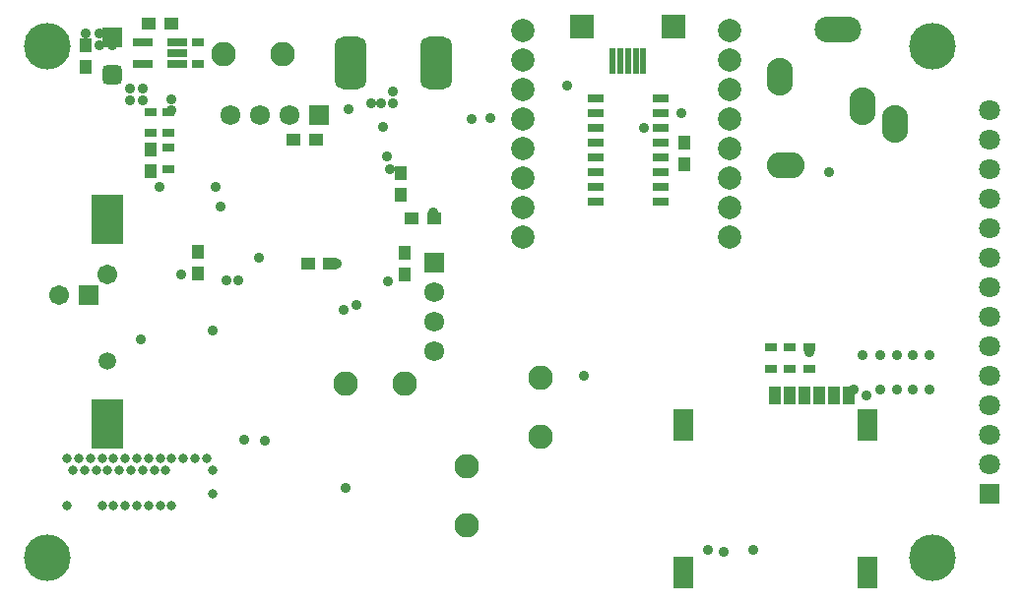
<source format=gbs>
G04*
G04 #@! TF.GenerationSoftware,Altium Limited,Altium Designer,18.1.6 (161)*
G04*
G04 Layer_Color=16711935*
%FSLAX25Y25*%
%MOIN*%
G70*
G01*
G75*
G04:AMPARAMS|DCode=52|XSize=68mil|YSize=68mil|CornerRadius=19mil|HoleSize=0mil|Usage=FLASHONLY|Rotation=90.000|XOffset=0mil|YOffset=0mil|HoleType=Round|Shape=RoundedRectangle|*
%AMROUNDEDRECTD52*
21,1,0.06800,0.03000,0,0,90.0*
21,1,0.03000,0.06800,0,0,90.0*
1,1,0.03800,0.01500,0.01500*
1,1,0.03800,0.01500,-0.01500*
1,1,0.03800,-0.01500,-0.01500*
1,1,0.03800,-0.01500,0.01500*
%
%ADD52ROUNDEDRECTD52*%
%ADD53R,0.06800X0.06800*%
%ADD54R,0.04340X0.04537*%
%ADD58R,0.04537X0.04340*%
%ADD59R,0.06706X0.03162*%
%ADD60R,0.04343X0.03162*%
%ADD79R,0.06784X0.06784*%
%ADD80C,0.06784*%
%ADD81C,0.08300*%
%ADD82C,0.06706*%
%ADD83R,0.06706X0.06706*%
%ADD84R,0.06784X0.06784*%
%ADD85C,0.07887*%
%ADD86O,0.08800X0.12800*%
%ADD87O,0.12800X0.08800*%
%ADD88O,0.15800X0.08800*%
%ADD89C,0.15800*%
%ADD90C,0.07099*%
%ADD91R,0.07099X0.07099*%
%ADD92C,0.05918*%
%ADD93C,0.03600*%
%ADD94C,0.03162*%
%ADD125R,0.10642X0.16548*%
%ADD126R,0.02375X0.08674*%
%ADD127R,0.08280X0.08280*%
%ADD128R,0.06942X0.11076*%
%ADD129R,0.04343X0.06115*%
G04:AMPARAMS|DCode=130|XSize=106.42mil|YSize=177.29mil|CornerRadius=28.61mil|HoleSize=0mil|Usage=FLASHONLY|Rotation=180.000|XOffset=0mil|YOffset=0mil|HoleType=Round|Shape=RoundedRectangle|*
%AMROUNDEDRECTD130*
21,1,0.10642,0.12008,0,0,180.0*
21,1,0.04921,0.17729,0,0,180.0*
1,1,0.05721,-0.02461,0.06004*
1,1,0.05721,0.02461,0.06004*
1,1,0.05721,0.02461,-0.06004*
1,1,0.05721,-0.02461,-0.06004*
%
%ADD130ROUNDEDRECTD130*%
%ADD131R,0.05524X0.03162*%
D52*
X700500Y449201D02*
D03*
D53*
Y461799D02*
D03*
D54*
X691500Y459200D02*
D03*
Y451800D02*
D03*
X713500Y416300D02*
D03*
Y423700D02*
D03*
X799500Y388700D02*
D03*
Y381300D02*
D03*
X729500Y381800D02*
D03*
Y389200D02*
D03*
X798000Y415700D02*
D03*
Y408300D02*
D03*
X894000Y426000D02*
D03*
Y418600D02*
D03*
D58*
X720200Y466500D02*
D03*
X712800D02*
D03*
X761800Y427000D02*
D03*
X769200D02*
D03*
X809200Y400500D02*
D03*
X801800D02*
D03*
X774000Y385000D02*
D03*
X766600D02*
D03*
D59*
X710595Y460217D02*
D03*
Y452737D02*
D03*
X722405D02*
D03*
Y456477D02*
D03*
Y460217D02*
D03*
D60*
X729499Y452851D02*
D03*
X729500Y460000D02*
D03*
X719500Y436500D02*
D03*
X719499Y429351D02*
D03*
X713500D02*
D03*
X713500Y436500D02*
D03*
X719500Y417203D02*
D03*
X719500Y424352D02*
D03*
X923256Y349500D02*
D03*
X923256Y356649D02*
D03*
X929756Y349500D02*
D03*
X929756Y356649D02*
D03*
X936256Y349500D02*
D03*
X936256Y356649D02*
D03*
D79*
X770500Y435500D02*
D03*
D80*
X760500D02*
D03*
X750500D02*
D03*
X740500D02*
D03*
X809500Y375500D02*
D03*
Y365500D02*
D03*
Y355500D02*
D03*
D81*
X758000Y456000D02*
D03*
X738000D02*
D03*
X779500Y344500D02*
D03*
X799500D02*
D03*
X845500Y346500D02*
D03*
Y326500D02*
D03*
X820500Y316500D02*
D03*
Y296500D02*
D03*
D82*
X682500Y374500D02*
D03*
X698600Y381300D02*
D03*
D83*
X692500Y374500D02*
D03*
D84*
X809500Y385500D02*
D03*
D85*
X909500Y394000D02*
D03*
Y404000D02*
D03*
Y414000D02*
D03*
Y424000D02*
D03*
Y434000D02*
D03*
Y444000D02*
D03*
Y454000D02*
D03*
Y464000D02*
D03*
X839500D02*
D03*
Y454000D02*
D03*
Y444000D02*
D03*
Y434000D02*
D03*
Y424000D02*
D03*
Y414000D02*
D03*
Y404000D02*
D03*
Y394000D02*
D03*
D86*
X965500Y432500D02*
D03*
X954500Y438500D02*
D03*
X926500Y448500D02*
D03*
D87*
X928500Y418500D02*
D03*
D88*
X946000Y464500D02*
D03*
D89*
X678500Y285500D02*
D03*
Y458614D02*
D03*
X978000D02*
D03*
Y285500D02*
D03*
D90*
X997370Y437000D02*
D03*
Y427000D02*
D03*
Y417000D02*
D03*
Y407000D02*
D03*
Y397000D02*
D03*
Y387000D02*
D03*
Y377000D02*
D03*
Y367000D02*
D03*
Y357000D02*
D03*
Y347000D02*
D03*
Y337000D02*
D03*
Y327000D02*
D03*
Y317000D02*
D03*
D91*
Y307000D02*
D03*
D92*
X698700Y352000D02*
D03*
D93*
X791900Y431400D02*
D03*
X793500Y421500D02*
D03*
X794500Y417000D02*
D03*
X795327Y439500D02*
D03*
X791500D02*
D03*
X788000D02*
D03*
X951500Y342500D02*
D03*
X954500Y354113D02*
D03*
X977000Y354000D02*
D03*
X960500Y354113D02*
D03*
X966000D02*
D03*
X971341Y354000D02*
D03*
X977000Y342500D02*
D03*
X971341D02*
D03*
X966000D02*
D03*
X960500D02*
D03*
X943000Y416000D02*
D03*
X828500Y434500D02*
D03*
X737000Y404500D02*
D03*
X735500Y411000D02*
D03*
X780250Y437500D02*
D03*
X795327Y443500D02*
D03*
X743000Y379500D02*
D03*
X720200Y440750D02*
D03*
X821949Y434051D02*
D03*
X716500Y411000D02*
D03*
X854500Y445500D02*
D03*
X696000Y330472D02*
D03*
Y336000D02*
D03*
Y325500D02*
D03*
X701000Y330500D02*
D03*
Y325500D02*
D03*
Y336000D02*
D03*
X776500Y385000D02*
D03*
X745000Y325500D02*
D03*
X752000Y325000D02*
D03*
X710000Y359500D02*
D03*
X723758Y381500D02*
D03*
X936256Y355000D02*
D03*
X700500Y459200D02*
D03*
Y463000D02*
D03*
X696000Y459200D02*
D03*
Y463000D02*
D03*
X691500D02*
D03*
Y459200D02*
D03*
X720200Y437000D02*
D03*
X880500Y431000D02*
D03*
X893000Y436000D02*
D03*
X734500Y362500D02*
D03*
X739000Y379500D02*
D03*
X750000Y387000D02*
D03*
X710595Y444500D02*
D03*
X706500D02*
D03*
Y440500D02*
D03*
X710595D02*
D03*
X793574Y379000D02*
D03*
X778795Y369500D02*
D03*
X783000Y371000D02*
D03*
X779500Y309012D02*
D03*
X696500Y396500D02*
D03*
X701000D02*
D03*
Y404000D02*
D03*
X696500D02*
D03*
X809047Y402500D02*
D03*
X859903Y346989D02*
D03*
X955756Y340256D02*
D03*
X917500Y288000D02*
D03*
X907500Y287500D02*
D03*
X902000Y288000D02*
D03*
D94*
X732284Y318898D02*
D03*
X734252Y314961D02*
D03*
Y307087D02*
D03*
X728347Y318898D02*
D03*
X724410D02*
D03*
X720473D02*
D03*
Y303150D02*
D03*
X716536Y318898D02*
D03*
X718504Y314961D02*
D03*
X716536Y303150D02*
D03*
X712599Y318898D02*
D03*
X714567Y314961D02*
D03*
X712599Y303150D02*
D03*
X708662Y318898D02*
D03*
X710630Y314961D02*
D03*
X708662Y303150D02*
D03*
X704725Y318898D02*
D03*
X706693Y314961D02*
D03*
X704725Y303150D02*
D03*
X700788Y318898D02*
D03*
X702756Y314961D02*
D03*
X700788Y303150D02*
D03*
X696851Y318898D02*
D03*
X698819Y314961D02*
D03*
X696851Y303150D02*
D03*
X692914Y318898D02*
D03*
X694882Y314961D02*
D03*
X688977Y318898D02*
D03*
X690945Y314961D02*
D03*
X685040Y318898D02*
D03*
X687008Y314961D02*
D03*
X685040Y303150D02*
D03*
D125*
X698600Y400100D02*
D03*
Y330700D02*
D03*
D126*
X869831Y453816D02*
D03*
X872390D02*
D03*
X874949D02*
D03*
X877508D02*
D03*
X880149D02*
D03*
D127*
X859398Y465500D02*
D03*
X890500D02*
D03*
D128*
X893772Y280472D02*
D03*
Y330472D02*
D03*
X955898Y280472D02*
D03*
Y330472D02*
D03*
D129*
X924756Y340256D02*
D03*
X929756D02*
D03*
X934756D02*
D03*
X939756D02*
D03*
X944756D02*
D03*
X949756D02*
D03*
D130*
X781000Y453000D02*
D03*
X810000Y453000D02*
D03*
D131*
X863990Y441000D02*
D03*
Y436000D02*
D03*
Y431000D02*
D03*
Y426000D02*
D03*
Y421000D02*
D03*
Y416000D02*
D03*
Y411000D02*
D03*
Y406000D02*
D03*
X886037D02*
D03*
Y411000D02*
D03*
Y416000D02*
D03*
Y421000D02*
D03*
Y426000D02*
D03*
Y431000D02*
D03*
Y436000D02*
D03*
Y441000D02*
D03*
M02*

</source>
